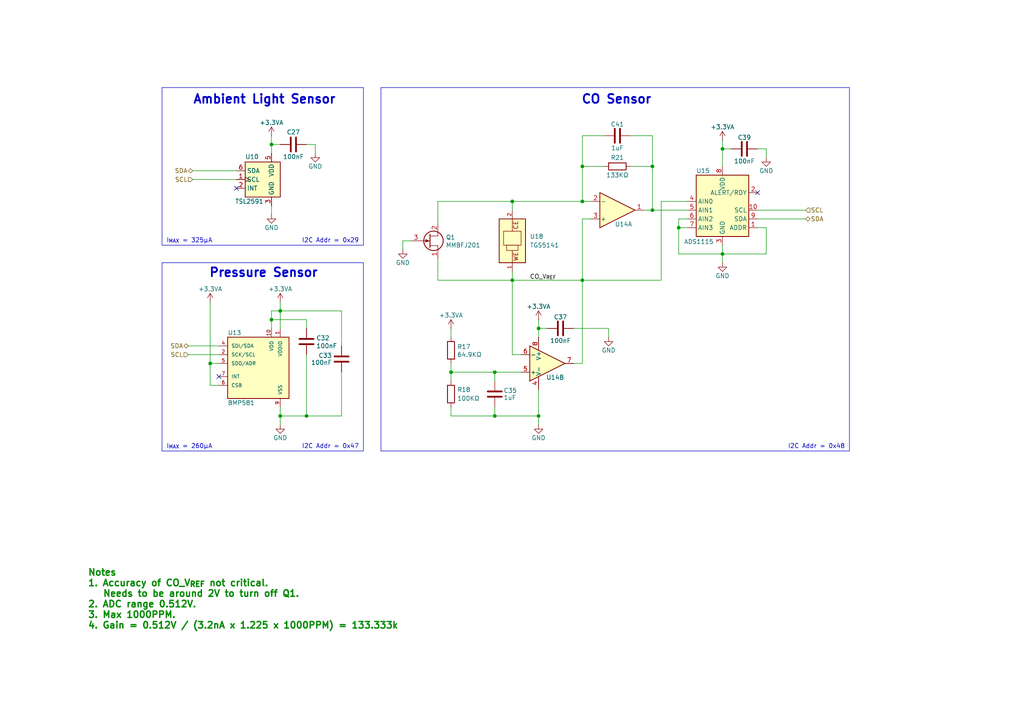
<source format=kicad_sch>
(kicad_sch (version 20250114) (generator "eeschema") (generator_version "9.0")
  (paper "A4")
  (title_block (title "ESPHome Parking Assistant") (date "2025-04-10") (rev "-") (company "Mike Lawrence"))
  (lib_symbols
    (symbol "Analog_ADC:ADS1115IDGS"
      (property "Reference" "U" (at 2.54 13.97 0))
      (property "Value" "ADS1115IDGS" (at 7.62 11.43 0))
      (symbol "ADS1115IDGS_0_1"
        (rectangle (start -7.62 10.16) (end 7.62 -7.62) (stroke (width 0.254)) (fill (type background)))
      )
      (symbol "ADS1115IDGS_1_1"
        (pin input line (at -10.16 2.54 0) (length 2.54) (name "AIN0") (number "4"))
        (pin input line (at -10.16 0 0) (length 2.54) (name "AIN1") (number "5"))
        (pin input line (at -10.16 -2.54 0) (length 2.54) (name "AIN2") (number "6"))
        (pin input line (at -10.16 -5.08 0) (length 2.54) (name "AIN3") (number "7"))
        (pin power_in line (at 0 12.7 270) (length 2.54) (name "VDD") (number "8"))
        (pin power_in line (at 0 -10.16 90) (length 2.54) (name "GND") (number "3"))
        (pin output line (at 10.16 5.08 180) (length 2.54) (name "ALERT/RDY") (number "2"))
        (pin input line (at 10.16 0 180) (length 2.54) (name "SCL") (number "10"))
        (pin bidirectional line (at 10.16 -2.54 180) (length 2.54) (name "SDA") (number "9"))
        (pin input line (at 10.16 -5.08 180) (length 2.54) (name "ADDR") (number "1"))
      )
    )
    (symbol "BMP581:BMP581" (pin_names (offset 1.016))
      (property "Reference" "U" (at -10.16 10.414 0))
      (property "Value" "BMP581" (at -10.16 -10.16 0))
      (symbol "BMP581_0_0"
        (rectangle (start -10.16 10.16) (end 7.62 -7.62) (stroke (width 0.254)) (fill (type background)))
        (pin bidirectional line (at -12.7 7.62 0) (length 2.54) (name "SDI/SDA") (number "4"))
        (pin bidirectional line (at -12.7 5.08 0) (length 2.54) (name "SCK/SCL") (number "2"))
        (pin bidirectional line (at -12.7 2.54 0) (length 2.54) (name "SDO/ADR") (number "5"))
        (pin output line (at -12.7 -1.27 0) (length 2.54) (name "INT") (number "7"))
        (pin input line (at -12.7 -3.81 0) (length 2.54) (name "CSB") (number "6"))
        (pin power_in line (at 5.08 12.7 270) (length 2.54) (name "VDDIO") (number "1"))
        (pin power_in line (at 5.08 -10.16 90) (length 2.54) (name "VSS") (number "9"))
      )
      (symbol "BMP581_1_0"
        (pin power_in line (at 2.54 12.7 270) (length 2.54) (name "VDD") (number "10"))
        (pin power_in line (at 5.08 -10.16 90) (length 2.54) (hide yes) (name "VSS") (number "3"))
        (pin power_in line (at 5.08 -10.16 90) (length 2.54) (hide yes) (name "VSS") (number "8"))
      )
    )
    (symbol "Device:C" (pin_numbers (hide yes)) (pin_names (offset 0.254))
      (property "Reference" "C" (at 0.635 2.54 0))
      (property "Value" "C" (at 0.635 -2.54 0))
      (symbol "C_0_1"
        (polyline (pts (xy -2.032 0.762) (xy 2.032 0.762)) (stroke (width 0.508)))
        (polyline (pts (xy -2.032 -0.762) (xy 2.032 -0.762)) (stroke (width 0.508)))
      )
      (symbol "C_1_1"
        (pin passive line (at 0 3.81 270) (length 2.794) (name "~") (number "1"))
        (pin passive line (at 0 -3.81 90) (length 2.794) (name "~") (number "2"))
      )
    )
    (symbol "Device:R" (pin_numbers (hide yes)) (pin_names (offset 0))
      (property "Reference" "R" (at 2.032 0 90))
      (property "Value" "R" (at 0 0 90))
      (symbol "R_0_1"
        (rectangle (start -1.016 -2.54) (end 1.016 2.54) (stroke (width 0.254)))
      )
      (symbol "R_1_1"
        (pin passive line (at 0 3.81 270) (length 1.27) (name "~") (number "1"))
        (pin passive line (at 0 -3.81 90) (length 1.27) (name "~") (number "2"))
      )
    )
    (symbol "MCP6042:MCP6042" (pin_names (offset 0.127))
      (property "Reference" "U" (at 0 5.08 0))
      (property "Value" "MCP6042" (at 0 -5.08 0))
      (symbol "MCP6042_1_1"
        (polyline (pts (xy -5.08 5.08) (xy 5.08 0) (xy -5.08 -5.08) (xy -5.08 5.08)) (stroke (width 0.254)) (fill (type background)))
        (pin input line (at -7.62 2.54 0) (length 2.54) (name "+") (number "3"))
        (pin input line (at -7.62 -2.54 0) (length 2.54) (name "-") (number "2"))
        (pin output line (at 7.62 0 180) (length 2.54) (name "~") (number "1"))
      )
      (symbol "MCP6042_2_1"
        (polyline (pts (xy -5.08 5.08) (xy 5.08 0) (xy -5.08 -5.08) (xy -5.08 5.08)) (stroke (width 0.254)) (fill (type background)))
        (pin input line (at -7.62 2.54 0) (length 2.54) (name "+") (number "5"))
        (pin input line (at -7.62 -2.54 0) (length 2.54) (name "-") (number "6"))
        (pin output line (at 7.62 0 180) (length 2.54) (name "~") (number "7"))
      )
      (symbol "MCP6042_3_1"
        (pin power_in line (at -2.54 7.62 270) (length 3.81) (name "V+") (number "8"))
        (pin power_in line (at -2.54 -7.62 90) (length 3.81) (name "V-") (number "4"))
      )
    )
    (symbol "Sensor_Optical:TSL25911FN"
      (property "Reference" "U3" (at -0.762 1.524 0))
      (property "Value" "TSL25911FN" (at -0.762 -1.524 0))
      (symbol "TSL25911FN_1_1"
        (rectangle (start 0 5.08) (end 10.16 -5.08) (stroke (width 0.254)) (fill (type background)))
        (pin no_connect line (at -2.54 2.54 0) (length 2.54) (hide yes) (name "NC") (number "4"))
        (pin power_in line (at 2.54 7.62 270) (length 2.54) (name "VDD") (number "5"))
        (pin power_in line (at 2.54 -7.62 90) (length 2.54) (name "GND") (number "3"))
        (pin bidirectional line (at 12.7 2.54 180) (length 2.54) (name "SDA") (number "6"))
        (pin input clock (at 12.7 0 180) (length 2.54) (name "SCL") (number "1"))
        (pin open_collector line (at 12.7 -2.54 180) (length 2.54) (name "INT") (number "2"))
      )
    )
    (symbol "Transistor_FET:MMBFJ111" (pin_names (hide yes))
      (property "Reference" "Q" (at 5.08 1.905 0))
      (property "Value" "MMBFJ111" (at 5.08 0 0))
      (symbol "MMBFJ111_0_1"
        (polyline (pts (xy 0 0) (xy -1.016 0.381) (xy -1.016 -0.381) (xy 0 0)) (fill (type outline)))
        (polyline (pts (xy 0.254 1.905) (xy 0.254 -1.905)) (stroke (width 0.254)))
        (polyline (pts (xy 0.254 0) (xy -2.54 0)))
        (circle (center 1.27 0) (radius 2.8194) (stroke (width 0.254)))
        (polyline (pts (xy 2.54 2.54) (xy 2.54 1.397) (xy 0.254 1.397)))
        (polyline (pts (xy 2.54 -2.54) (xy 2.54 -1.397) (xy 0.254 -1.397)))
      )
      (symbol "MMBFJ111_1_1"
        (pin input line (at -5.08 0 0) (length 2.54) (name "G") (number "3"))
        (pin passive line (at 2.54 5.08 270) (length 2.54) (name "D") (number "1"))
        (pin passive line (at 2.54 -5.08 90) (length 2.54) (name "S") (number "2"))
      )
    )
    (symbol "eec:TGS5141-P00" (pin_names (offset 1.016))
      (property "Reference" "U12" (at 11.557 8.89 0))
      (property "Value" "TGS5141-P00" (at 11.557 6.35 0))
      (symbol "TGS5141-P00_1_1"
        (rectangle (start 5.08 3.81) (end 17.78 -3.81) (stroke (width 0.254)) (fill (type background)))
        (polyline (pts (xy 5.08 0) (xy 8.636 0)))
        (rectangle (start 12.7 2.54) (end 8.636 -2.54) (fill (type background)))
        (rectangle (start 12.7 1.651) (end 14.224 -1.651) (fill (type background)))
        (polyline (pts (xy 17.78 0) (xy 14.224 0)))
        (text "CE" (at 6.858 1.016 0) (effects (font (size 1.27 1.27))))
        (text "WE" (at 16.002 1.016 0) (effects (font (size 1.27 1.27))))
        (pin passive line (at 2.54 0 0) (length 2.54) (name "CE") (number "2"))
        (pin passive line (at 20.32 0 180) (length 2.54) (name "WE") (number "1"))
      )
    )
    (symbol "power:+3.3VA" (power) (pin_numbers (hide yes)) (pin_names (offset 0) (hide yes))
      (property "Value" "+3.3VA" (at 0 3.556 0))
      (symbol "+3.3VA_0_1"
        (polyline (pts (xy -0.762 1.27) (xy 0 2.54)))
        (polyline (pts (xy 0 2.54) (xy 0.762 1.27)))
        (polyline (pts (xy 0 0) (xy 0 2.54)))
      )
      (symbol "+3.3VA_1_1"
        (pin power_in line (at 0 0 90) (length 0) (name "~") (number "1"))
      )
    )
    (symbol "power:GND" (power) (pin_numbers (hide yes)) (pin_names (offset 0) (hide yes))
      (property "Value" "GND" (at 0 -3.81 0))
      (symbol "GND_0_1"
        (polyline (pts (xy 0 0) (xy 0 -1.27) (xy 1.27 -1.27) (xy 0 -2.54) (xy -1.27 -1.27) (xy 0 -1.27)))
      )
      (symbol "GND_1_1"
        (pin power_in line (at 0 0 270) (length 0) (name "~") (number "1"))
      )
    )
  )
  (rectangle (start 46.99 25.4) (end 105.41 71.12))
  (rectangle (start 110.49 25.4) (end 246.38 130.81))
  (rectangle (start 46.99 76.2) (end 105.41 130.81))
  (text "I_{MAX} = 260µA" (at 48.26 129.54 0) (effects (font (size 1.27 1.27) (thickness 0.1588)) (justify left)))
  (text "CO Sensor" (at 178.816 27.432 0) (effects (font (size 2.54 2.54) (thickness 0.508) (bold yes)) (justify top)))
  (text "I2C Addr = 0x29" (at 104.14 69.85 0) (effects (font (size 1.27 1.27) (thickness 0.1588)) (justify right)))
  (text "I2C Addr = 0x48" (at 245.11 129.54 0) (effects (font (size 1.27 1.27) (thickness 0.1588)) (justify right)))
  (text "Notes\n1. Accuracy of CO_V_{REF} not critical. \n   Needs to be around 2V to turn off Q1.\n2. ADC range 0.512V.\n3. Max 1000PPM.\n4. Gain = 0.512V / (3.2nA x 1.225 x 1000PPM) = 133.333k" (at 25.4 165.1 0) (effects (font (size 1.905 1.905) (thickness 0.381) (bold yes)) (justify left top)))
  (text "Ambient Light Sensor" (at 76.708 27.432 0) (effects (font (size 2.54 2.54) (thickness 0.508) (bold yes)) (justify top)))
  (text "I_{MAX} = 325µA" (at 48.26 69.85 0) (effects (font (size 1.27 1.27) (thickness 0.1588)) (justify left)))
  (text "I2C Addr = 0x47" (at 104.14 129.54 0) (effects (font (size 1.27 1.27) (thickness 0.1588)) (justify right)))
  (text "Pressure Sensor" (at 76.454 77.724 0) (effects (font (size 2.54 2.54) (thickness 0.508) (bold yes)) (justify top)))
  (junction (at 168.91 58.42))
  (junction (at 148.59 81.28))
  (junction (at 156.21 95.25))
  (junction (at 196.85 66.04))
  (junction (at 143.51 120.65))
  (junction (at 168.91 48.26))
  (junction (at 148.59 58.42))
  (junction (at 78.74 92.71))
  (junction (at 81.28 120.65))
  (junction (at 189.23 60.96))
  (junction (at 130.81 107.95))
  (junction (at 168.91 81.28))
  (junction (at 189.23 48.26))
  (junction (at 143.51 107.95))
  (junction (at 209.55 43.18))
  (junction (at 209.55 73.66))
  (junction (at 81.28 90.17))
  (junction (at 60.96 105.41))
  (junction (at 78.74 41.91))
  (junction (at 88.9 120.65))
  (junction (at 156.21 120.65))
  (no_connect (at 68.58 54.61))
  (no_connect (at 219.71 55.88))
  (no_connect (at 63.5 109.22))
  (wire (pts (xy 130.81 107.95) (xy 130.81 110.49)))
  (wire (pts (xy 209.55 71.12) (xy 209.55 73.66)))
  (wire (pts (xy 63.5 102.87) (xy 54.61 102.87)))
  (wire (pts (xy 151.13 102.87) (xy 148.59 102.87)))
  (wire (pts (xy 175.26 48.26) (xy 168.91 48.26)))
  (wire (pts (xy 222.25 73.66) (xy 209.55 73.66)))
  (wire (pts (xy 156.21 92.71) (xy 156.21 95.25)))
  (wire (pts (xy 78.74 44.45) (xy 78.74 41.91)))
  (wire (pts (xy 148.59 58.42) (xy 127 58.42)))
  (wire (pts (xy 189.23 60.96) (xy 199.39 60.96)))
  (wire (pts (xy 196.85 63.5) (xy 196.85 66.04)))
  (wire (pts (xy 156.21 120.65) (xy 156.21 123.19)))
  (wire (pts (xy 219.71 43.18) (xy 222.25 43.18)))
  (wire (pts (xy 99.06 107.95) (xy 99.06 120.65)))
  (wire (pts (xy 127 81.28) (xy 148.59 81.28)))
  (wire (pts (xy 148.59 78.74) (xy 148.59 81.28)))
  (wire (pts (xy 196.85 66.04) (xy 199.39 66.04)))
  (wire (pts (xy 127 58.42) (xy 127 64.77)))
  (wire (pts (xy 191.77 81.28) (xy 168.91 81.28)))
  (wire (pts (xy 143.51 107.95) (xy 143.51 110.49)))
  (wire (pts (xy 143.51 120.65) (xy 156.21 120.65)))
  (wire (pts (xy 219.71 66.04) (xy 222.25 66.04)))
  (wire (pts (xy 189.23 39.37) (xy 189.23 48.26)))
  (wire (pts (xy 55.88 49.53) (xy 68.58 49.53)))
  (wire (pts (xy 148.59 58.42) (xy 168.91 58.42)))
  (wire (pts (xy 219.71 63.5) (xy 233.68 63.5)))
  (wire (pts (xy 186.69 60.96) (xy 189.23 60.96)))
  (wire (pts (xy 130.81 118.11) (xy 130.81 120.65)))
  (wire (pts (xy 88.9 92.71) (xy 78.74 92.71)))
  (wire (pts (xy 209.55 43.18) (xy 212.09 43.18)))
  (wire (pts (xy 168.91 105.41) (xy 166.37 105.41)))
  (wire (pts (xy 78.74 41.91) (xy 81.28 41.91)))
  (wire (pts (xy 143.51 118.11) (xy 143.51 120.65)))
  (wire (pts (xy 168.91 81.28) (xy 168.91 105.41)))
  (wire (pts (xy 176.53 95.25) (xy 176.53 97.79)))
  (wire (pts (xy 81.28 123.19) (xy 81.28 120.65)))
  (wire (pts (xy 130.81 105.41) (xy 130.81 107.95)))
  (wire (pts (xy 81.28 87.63) (xy 81.28 90.17)))
  (wire (pts (xy 78.74 59.69) (xy 78.74 62.23)))
  (wire (pts (xy 130.81 107.95) (xy 143.51 107.95)))
  (wire (pts (xy 88.9 95.25) (xy 88.9 92.71)))
  (wire (pts (xy 143.51 107.95) (xy 151.13 107.95)))
  (wire (pts (xy 168.91 58.42) (xy 171.45 58.42)))
  (wire (pts (xy 91.44 41.91) (xy 91.44 44.45)))
  (wire (pts (xy 81.28 120.65) (xy 88.9 120.65)))
  (wire (pts (xy 209.55 43.18) (xy 209.55 48.26)))
  (wire (pts (xy 189.23 48.26) (xy 189.23 60.96)))
  (wire (pts (xy 168.91 39.37) (xy 168.91 48.26)))
  (wire (pts (xy 130.81 95.25) (xy 130.81 97.79)))
  (wire (pts (xy 199.39 63.5) (xy 196.85 63.5)))
  (wire (pts (xy 156.21 113.03) (xy 156.21 120.65)))
  (wire (pts (xy 175.26 39.37) (xy 168.91 39.37)))
  (wire (pts (xy 81.28 90.17) (xy 99.06 90.17)))
  (wire (pts (xy 78.74 90.17) (xy 81.28 90.17)))
  (wire (pts (xy 171.45 63.5) (xy 168.91 63.5)))
  (wire (pts (xy 209.55 40.64) (xy 209.55 43.18)))
  (wire (pts (xy 156.21 95.25) (xy 156.21 97.79)))
  (wire (pts (xy 88.9 120.65) (xy 99.06 120.65)))
  (wire (pts (xy 127 74.93) (xy 127 81.28)))
  (wire (pts (xy 60.96 111.76) (xy 60.96 105.41)))
  (wire (pts (xy 81.28 90.17) (xy 81.28 95.25)))
  (wire (pts (xy 219.71 60.96) (xy 233.68 60.96)))
  (wire (pts (xy 182.88 39.37) (xy 189.23 39.37)))
  (wire (pts (xy 88.9 41.91) (xy 91.44 41.91)))
  (wire (pts (xy 168.91 63.5) (xy 168.91 81.28)))
  (wire (pts (xy 209.55 73.66) (xy 209.55 76.2)))
  (wire (pts (xy 166.37 95.25) (xy 176.53 95.25)))
  (wire (pts (xy 54.61 100.33) (xy 63.5 100.33)))
  (wire (pts (xy 196.85 73.66) (xy 209.55 73.66)))
  (wire (pts (xy 63.5 105.41) (xy 60.96 105.41)))
  (wire (pts (xy 63.5 111.76) (xy 60.96 111.76)))
  (wire (pts (xy 222.25 43.18) (xy 222.25 45.72)))
  (wire (pts (xy 148.59 60.96) (xy 148.59 58.42)))
  (wire (pts (xy 116.84 69.85) (xy 116.84 72.39)))
  (wire (pts (xy 81.28 118.11) (xy 81.28 120.65)))
  (wire (pts (xy 55.88 52.07) (xy 68.58 52.07)))
  (wire (pts (xy 148.59 81.28) (xy 168.91 81.28)))
  (wire (pts (xy 78.74 92.71) (xy 78.74 90.17)))
  (wire (pts (xy 182.88 48.26) (xy 189.23 48.26)))
  (wire (pts (xy 191.77 58.42) (xy 199.39 58.42)))
  (wire (pts (xy 60.96 87.63) (xy 60.96 105.41)))
  (wire (pts (xy 222.25 66.04) (xy 222.25 73.66)))
  (wire (pts (xy 168.91 48.26) (xy 168.91 58.42)))
  (wire (pts (xy 156.21 95.25) (xy 158.75 95.25)))
  (wire (pts (xy 78.74 92.71) (xy 78.74 95.25)))
  (wire (pts (xy 78.74 39.37) (xy 78.74 41.91)))
  (wire (pts (xy 196.85 66.04) (xy 196.85 73.66)))
  (wire (pts (xy 191.77 58.42) (xy 191.77 81.28)))
  (wire (pts (xy 88.9 102.87) (xy 88.9 120.65)))
  (wire (pts (xy 130.81 120.65) (xy 143.51 120.65)))
  (wire (pts (xy 119.38 69.85) (xy 116.84 69.85)))
  (wire (pts (xy 99.06 100.33) (xy 99.06 90.17)))
  (wire (pts (xy 148.59 81.28) (xy 148.59 102.87)))
  (label "CO_V_{REF}" (at 153.67 81.28 0))
  (hierarchical_label "SDA" (shape bidirectional) (at 54.61 100.33 180))
  (hierarchical_label "SCL" (shape input) (at 54.61 102.87 180))
  (hierarchical_label "SCL" (shape input) (at 233.68 60.96 0))
  (hierarchical_label "SDA" (shape bidirectional) (at 55.88 49.53 180))
  (hierarchical_label "SCL" (shape input) (at 55.88 52.07 180))
  (hierarchical_label "SDA" (shape bidirectional) (at 233.68 63.5 0))
  (symbol (lib_id "Device:C") (at 179.07 39.37 90) (unit 1)
    (property "Reference" "C41" (at 179.07 36.068 90))
    (property "Value" "1uF" (at 179.07 42.926 90))
    (property "Footprint" "Capacitor_SMD:C_0402_1005Metric" (effects (hide yes)))
    (property "Description" "Capacitor, 1uF, MLCC, 25V, X5R, 10%, 0402" (effects (hide yes)))
    (property "Manufacturer" "Samsung" (effects (hide yes)))
    (property "Part Number" "CL05A105KA5NQNC" (effects (hide yes)))
  )
  (symbol (lib_id "power:GND") (at 222.25 45.72 0) (unit 1)
    (property "Reference" "#PWR062" (effects (hide yes)))
    (property "Value" "GND" (at 222.25 49.53 0))
    (property "Description" "Power symbol creates a global label with name \"GND\" , ground" (effects (hide yes)))
  )
  (symbol (lib_id "Device:C") (at 143.51 114.3 0) (mirror y) (unit 1)
    (property "Reference" "C35" (at 146.05 113.284 0) (effects (justify right)))
    (property "Value" "1uF" (at 146.05 115.316 0) (effects (justify right)))
    (property "Footprint" "Capacitor_SMD:C_0402_1005Metric" (effects (hide yes)))
    (property "Description" "Capacitor, 1uF, MLCC, 25V, X5R, 10%, 0402" (effects (hide yes)))
    (property "Manufacturer" "Samsung" (effects (hide yes)))
    (property "Part Number" "CL05A105KA5NQNC" (effects (hide yes)))
  )
  (symbol (lib_id "Device:C") (at 99.06 104.14 0) (mirror y) (unit 1)
    (property "Reference" "C33" (at 96.266 103.124 0) (effects (justify left)))
    (property "Value" "100nF" (at 96.266 105.156 0) (effects (justify left)))
    (property "Footprint" "Capacitor_SMD:C_0402_1005Metric" (effects (hide yes)))
    (property "Description" "Capacitor, 100nF, MLCC, 50V, X7R, 10%, 0402" (effects (hide yes)))
    (property "Manufacturer" "Samsung" (effects (hide yes)))
    (property "Part Number" "CL05B104KB54PNC" (effects (hide yes)))
  )
  (symbol (lib_id "power:GND") (at 81.28 123.19 0) (unit 1)
    (property "Reference" "#PWR046" (effects (hide yes)))
    (property "Value" "GND" (at 81.28 127 0))
    (property "Description" "Power symbol creates a global label with name \"GND\" , ground" (effects (hide yes)))
  )
  (symbol (lib_id "power:GND") (at 78.74 62.23 0) (unit 1)
    (property "Reference" "#PWR045" (effects (hide yes)))
    (property "Value" "GND" (at 78.74 66.04 0))
    (property "Description" "Power symbol creates a global label with name \"GND\" , ground" (effects (hide yes)))
  )
  (symbol (lib_id "Device:C") (at 215.9 43.18 90) (unit 1)
    (property "Reference" "C39" (at 215.9 39.878 90))
    (property "Value" "100nF" (at 215.9 46.736 90))
    (property "Footprint" "Capacitor_SMD:C_0402_1005Metric" (effects (hide yes)))
    (property "Description" "Capacitor, 100nF, MLCC, 50V, X7R, 10%, 0402" (effects (hide yes)))
    (property "Manufacturer" "Samsung" (effects (hide yes)))
    (property "Part Number" "CL05B104KB54PNC" (effects (hide yes)))
  )
  (symbol (lib_id "power:GND") (at 156.21 123.19 0) (mirror y) (unit 1)
    (property "Reference" "#PWR068" (effects (hide yes)))
    (property "Value" "GND" (at 156.21 127 0))
    (property "Description" "Power symbol creates a global label with name \"GND\" , ground" (effects (hide yes)))
  )
  (symbol (lib_id "power:+3.3VA") (at 130.81 95.25 0) (unit 1)
    (property "Reference" "#PWR066" (effects (hide yes)))
    (property "Value" "+3.3VA" (at 130.81 91.44 0))
    (property "Description" "Power symbol creates a global label with name \"+3.3VA\"" (effects (hide yes)))
  )
  (symbol (lib_id "power:+3.3VA") (at 60.96 87.63 0) (unit 1)
    (property "Reference" "#PWR041" (effects (hide yes)))
    (property "Value" "+3.3VA" (at 60.96 83.82 0))
    (property "Description" "Power symbol creates a global label with name \"+3.3VA\"" (effects (hide yes)))
  )
  (symbol (lib_id "power:+3.3VA") (at 156.21 92.71 0) (unit 1)
    (property "Reference" "#PWR065" (effects (hide yes)))
    (property "Value" "+3.3VA" (at 156.21 88.9 0))
    (property "Description" "Power symbol creates a global label with name \"+3.3VA\"" (effects (hide yes)))
  )
  (symbol (lib_id "Device:C") (at 88.9 99.06 0) (unit 1)
    (property "Reference" "C32" (at 91.694 98.044 0) (effects (justify left)))
    (property "Value" "100nF" (at 91.694 100.33 0) (effects (justify left)))
    (property "Footprint" "Capacitor_SMD:C_0402_1005Metric" (effects (hide yes)))
    (property "Description" "Capacitor, 100nF, MLCC, 50V, X7R, 10%, 0402" (effects (hide yes)))
    (property "Manufacturer" "Samsung" (effects (hide yes)))
    (property "Part Number" "CL05B104KB54PNC" (effects (hide yes)))
  )
  (symbol (lib_id "power:+3.3VA") (at 209.55 40.64 0) (unit 1)
    (property "Reference" "#PWR014" (effects (hide yes)))
    (property "Value" "+3.3VA" (at 209.55 36.83 0))
    (property "Description" "Power symbol creates a global label with name \"+3.3VA\"" (effects (hide yes)))
  )
  (symbol (lib_id "power:+3.3VA") (at 78.74 39.37 0) (unit 1)
    (property "Reference" "#PWR043" (effects (hide yes)))
    (property "Value" "+3.3VA" (at 78.74 35.56 0))
    (property "Description" "Power symbol creates a global label with name \"+3.3VA\"" (effects (hide yes)))
  )
  (symbol (lib_id "Device:R") (at 130.81 101.6 0) (unit 1)
    (property "Reference" "R17" (at 132.588 100.584 0) (effects (justify left)))
    (property "Value" "64.9KΩ" (at 132.588 102.87 0) (effects (justify left)))
    (property "Footprint" "Resistor_SMD:R_0402_1005Metric" (effects (hide yes)))
    (property "Description" "Resistor, 64.9KΩ, 62.5mW, 1%, 0402" (effects (hide yes)))
    (property "Manufacturer" "Vishay / Dale" (effects (hide yes)))
    (property "Part Number" "CRCW040264K9FKED " (effects (hide yes)))
  )
  (symbol (lib_id "Device:R") (at 130.81 114.3 0) (unit 1)
    (property "Reference" "R18" (at 132.588 113.03 0) (effects (justify left)))
    (property "Value" "100KΩ" (at 132.588 115.57 0) (effects (justify left)))
    (property "Footprint" "Resistor_SMD:R_0402_1005Metric" (effects (hide yes)))
    (property "Description" "Resistor, 100KΩ, 62.5mW, 1%, 0402" (effects (hide yes)))
    (property "Manufacturer" "Vishay / Dale" (effects (hide yes)))
    (property "Part Number" "CRCW0402100KFKED" (effects (hide yes)))
  )
  (symbol (lib_id "Transistor_FET:MMBFJ111") (at 124.46 69.85 0) (mirror x) (unit 1)
    (property "Reference" "Q1" (at 129.286 68.834 0) (effects (justify left)))
    (property "Value" "MMBFJ201" (at 129.286 71.12 0) (effects (justify left)))
    (property "Footprint" "Package_TO_SOT_SMD:SOT-23" (effects (hide yes)))
    (property "Datasheet" "https://www.onsemi.com/download/data-sheet/pdf/mmbfj202-d.pdf" (effects (hide yes)))
    (property "Description" "20mA min, 35V, 30mOhm max, 3-10V Vgs(off), N-Channel JFET, SOT-23" (effects (hide yes)))
    (property "Manufacturer" "Onsemi" (effects (hide yes)))
    (property "Part Number" "MMBFJ201" (effects (hide yes)))
  )
  (symbol (lib_id "MCP6042:MCP6042") (at 158.75 105.41 0) (unit 3)
    (property "Reference" "U14" (effects (hide yes)))
    (property "Value" "MCP6042" (effects (hide yes)))
    (property "Footprint" "Package_SO:MSOP-8_3x3mm_P0.65mm" (effects (hide yes)))
    (property "Datasheet" "http://ww1.microchip.com/downloads/en/devicedoc/20001685e.pdf" (effects (hide yes)))
    (property "Description" "Dual Operational Amplifiers, Rail-to-Rail Input/Output, MSOP-8" (effects (hide yes)))
    (property "Manufacturer" "Microchip" (effects (hide yes)))
    (property "Part Number" "MCP6042T-I/MS" (effects (hide yes)))
  )
  (symbol (lib_id "power:GND") (at 116.84 72.39 0) (unit 1)
    (property "Reference" "#PWR063" (effects (hide yes)))
    (property "Value" "GND" (at 116.84 76.2 0))
    (property "Description" "Power symbol creates a global label with name \"GND\" , ground" (effects (hide yes)))
  )
  (symbol (lib_id "power:+3.3VA") (at 81.28 87.63 0) (unit 1)
    (property "Reference" "#PWR042" (effects (hide yes)))
    (property "Value" "+3.3VA" (at 81.28 83.82 0))
    (property "Description" "Power symbol creates a global label with name \"+3.3VA\"" (effects (hide yes)))
  )
  (symbol (lib_id "BMP581:BMP581") (at 76.2 107.95 0) (unit 1)
    (property "Reference" "U13" (at 66.04 96.52 0) (effects (justify left)))
    (property "Value" "BMP581" (at 66.04 116.84 0) (effects (justify left)))
    (property "Footprint" "BMP581:BMP581" (effects (hide yes)))
    (property "Description" "Barometric Pressure Sensor, 24-bit, Low-power and Low-noise, SMD" (effects (hide yes)))
    (property "Manufacturer" "Bosch Sensortec " (effects (hide yes)))
    (property "Part Number" "BMP581" (effects (hide yes)))
  )
  (symbol (lib_id "Device:C") (at 85.09 41.91 270) (mirror x) (unit 1)
    (property "Reference" "C27" (at 85.09 38.354 90))
    (property "Value" "100nF" (at 85.09 45.466 90))
    (property "Footprint" "Capacitor_SMD:C_0402_1005Metric" (effects (hide yes)))
    (property "Description" "Capacitor, 100nF, MLCC, 50V, X7R, 10%, 0402" (effects (hide yes)))
    (property "Manufacturer" "Samsung" (effects (hide yes)))
    (property "Part Number" "CL05B104KB54PNC" (effects (hide yes)))
  )
  (symbol (lib_id "Sensor_Optical:TSL25911FN") (at 81.28 52.07 0) (mirror y) (unit 1)
    (property "Reference" "U10" (at 71.12 45.466 0) (effects (justify right)))
    (property "Value" "TSL2591" (at 76.454 58.42 0) (effects (justify left)))
    (property "Footprint" "OptoDevice:AMS_TSL25911FN" (effects (hide yes)))
    (property "Datasheet" "https://ams.com/documents/20143/9331680/TSL2591_DS000338_7-00.pdf" (effects (hide yes)))
    (property "Description" "Light to digital converter, 2.7 to 3.6V Vdd, DFN-6" (effects (hide yes)))
    (property "Manufacturer" "AMS" (effects (hide yes)))
    (property "Part Number" "TSL2591" (effects (hide yes)))
  )
  (symbol (lib_id "Device:C") (at 162.56 95.25 90) (unit 1)
    (property "Reference" "C37" (at 162.56 91.948 90))
    (property "Value" "100nF" (at 162.56 98.806 90))
    (property "Footprint" "Capacitor_SMD:C_0402_1005Metric" (effects (hide yes)))
    (property "Description" "Capacitor, 100nF, MLCC, 50V, X7R, 10%, 0402" (effects (hide yes)))
    (property "Manufacturer" "Samsung" (effects (hide yes)))
    (property "Part Number" "CL05B104KB54PNC" (effects (hide yes)))
  )
  (symbol (lib_id "power:GND") (at 209.55 76.2 0) (mirror y) (unit 1)
    (property "Reference" "#PWR064" (effects (hide yes)))
    (property "Value" "GND" (at 209.55 80.01 0))
    (property "Description" "Power symbol creates a global label with name \"GND\" , ground" (effects (hide yes)))
  )
  (symbol (lib_id "eec:TGS5141-P00") (at 148.59 58.42 270) (unit 1)
    (property "Reference" "U18" (at 153.67 68.5799 90) (effects (justify left)))
    (property "Value" "TGS5141" (at 153.67 71.1199 90) (effects (justify left)))
    (property "Footprint" "Sensor:TGS-5141" (effects (hide yes)))
    (property "Description" "Carbon Monoxide Sensor, Long life, THT" (effects (hide yes)))
    (property "Manufacturer" "Figaro" (effects (hide yes)))
    (property "Part Number" "TGS5141-P00" (effects (hide yes)))
  )
  (symbol (lib_id "Analog_ADC:ADS1115IDGS") (at 209.55 60.96 0) (unit 1)
    (property "Reference" "U15" (at 201.93 49.53 0) (effects (justify left)))
    (property "Value" "ADS1115" (at 207.01 70.104 0) (effects (justify right)))
    (property "Footprint" "Package_SO:TSSOP-10_3x3mm_P0.5mm" (effects (hide yes)))
    (property "Datasheet" "http://www.ti.com/lit/ds/symlink/ads1113.pdf" (effects (hide yes)))
    (property "Description" "Ultra-Small, Low-Power, I2C-Compatible, 860-SPS, 16-Bit ADCs With Internal Reference, Oscillator, and Programmable Comparator, VSSOP-10" (effects (hide yes)))
    (property "Manufacturer" "Texas Instruments" (effects (hide yes)))
    (property "Part Number" "ADS1115IDGS" (effects (hide yes)))
  )
  (symbol (lib_id "Device:R") (at 179.07 48.26 90) (mirror x) (unit 1)
    (property "Reference" "R21" (at 179.07 45.72 90))
    (property "Value" "133KΩ" (at 179.07 50.8 90))
    (property "Footprint" "Resistor_SMD:R_0402_1005Metric" (effects (hide yes)))
    (property "Description" "Resistor, 133KΩ, 62.5mW, 1%, 0402" (effects (hide yes)))
    (property "Manufacturer" "Vishay / Dale" (effects (hide yes)))
    (property "Part Number" "CRCW0402133KFKED" (effects (hide yes)))
  )
  (symbol (lib_id "power:GND") (at 176.53 97.79 0) (mirror y) (unit 1)
    (property "Reference" "#PWR067" (effects (hide yes)))
    (property "Value" "GND" (at 176.53 101.6 0))
    (property "Description" "Power symbol creates a global label with name \"GND\" , ground" (effects (hide yes)))
  )
  (symbol (lib_id "MCP6042:MCP6042") (at 158.75 105.41 0) (mirror x) (unit 2)
    (property "Reference" "U14" (at 161.036 109.474 0))
    (property "Value" "MCP6042" (effects (hide yes)))
    (property "Footprint" "Package_SO:MSOP-8_3x3mm_P0.65mm" (effects (hide yes)))
    (property "Datasheet" "http://ww1.microchip.com/downloads/en/devicedoc/20001685e.pdf" (effects (hide yes)))
    (property "Description" "Dual Operational Amplifiers, Rail-to-Rail Input/Output, MSOP-8" (effects (hide yes)))
    (property "Manufacturer" "Microchip" (effects (hide yes)))
    (property "Part Number" "MCP6042T-I/MS" (effects (hide yes)))
  )
  (symbol (lib_id "power:GND") (at 91.44 44.45 0) (unit 1)
    (property "Reference" "#PWR044" (effects (hide yes)))
    (property "Value" "GND" (at 91.44 48.26 0))
    (property "Description" "Power symbol creates a global label with name \"GND\" , ground" (effects (hide yes)))
  )
  (symbol (lib_id "MCP6042:MCP6042") (at 179.07 60.96 0) (mirror x) (unit 1)
    (property "Reference" "U14" (at 180.848 65.024 0))
    (property "Value" "MCP6042" (effects (hide yes)))
    (property "Footprint" "Package_SO:MSOP-8_3x3mm_P0.65mm" (effects (hide yes)))
    (property "Datasheet" "http://ww1.microchip.com/downloads/en/devicedoc/20001685e.pdf" (effects (hide yes)))
    (property "Description" "Dual Operational Amplifiers, Rail-to-Rail Input/Output, MSOP-8" (effects (hide yes)))
    (property "Manufacturer" "Microchip" (effects (hide yes)))
    (property "Part Number" "MCP6042T-I/MS" (effects (hide yes)))
  )
)
</source>
